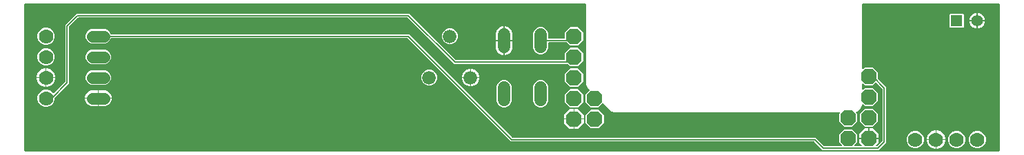
<source format=gbr>
G04 EAGLE Gerber RS-274X export*
G75*
%MOMM*%
%FSLAX34Y34*%
%LPD*%
%INTop Copper*%
%IPPOS*%
%AMOC8*
5,1,8,0,0,1.08239X$1,22.5*%
G01*
G04 Define Apertures*
%ADD10C,1.408000*%
%ADD11P,2.08945X8X22.5*%
%ADD12C,1.524000*%
%ADD13C,1.676400*%
%ADD14C,1.778000*%
%ADD15R,1.408000X1.408000*%
%ADD16C,1.408000*%
%ADD17C,0.152400*%
G36*
X1131613Y-14418D02*
X1131316Y-14478D01*
X-64516Y-14478D01*
X-64791Y-14427D01*
X-65046Y-14263D01*
X-65218Y-14013D01*
X-65278Y-13716D01*
X-65278Y166116D01*
X-65227Y166391D01*
X-65063Y166646D01*
X-64813Y166818D01*
X-64516Y166878D01*
X623316Y166878D01*
X623591Y166827D01*
X623846Y166663D01*
X624018Y166413D01*
X624078Y166116D01*
X624078Y67677D01*
X625741Y63663D01*
X628361Y61043D01*
X628519Y60813D01*
X628584Y60517D01*
X628528Y60219D01*
X628361Y59966D01*
X623824Y55429D01*
X623824Y46171D01*
X630371Y39624D01*
X639629Y39624D01*
X644166Y44161D01*
X644396Y44319D01*
X644692Y44384D01*
X644991Y44328D01*
X645243Y44161D01*
X654213Y35191D01*
X658227Y33528D01*
X935109Y33528D01*
X935372Y33481D01*
X935631Y33322D01*
X935806Y33074D01*
X935871Y32778D01*
X935815Y32480D01*
X935648Y32227D01*
X934974Y31553D01*
X934974Y22295D01*
X941521Y15748D01*
X950779Y15748D01*
X957326Y22295D01*
X957326Y31553D01*
X955959Y32920D01*
X955803Y33145D01*
X955736Y33441D01*
X955789Y33740D01*
X955955Y33994D01*
X956206Y34163D01*
X958687Y35191D01*
X961759Y38263D01*
X963422Y42277D01*
X963422Y42807D01*
X963469Y43070D01*
X963628Y43329D01*
X963876Y43504D01*
X964172Y43569D01*
X964470Y43513D01*
X964723Y43346D01*
X966921Y41148D01*
X976179Y41148D01*
X982726Y47695D01*
X982726Y56953D01*
X976179Y63500D01*
X966921Y63500D01*
X964723Y61302D01*
X964503Y61149D01*
X964208Y61079D01*
X963909Y61130D01*
X963654Y61294D01*
X963482Y61544D01*
X963422Y61841D01*
X963422Y68207D01*
X963469Y68470D01*
X963628Y68729D01*
X963876Y68904D01*
X964172Y68969D01*
X964470Y68913D01*
X964723Y68746D01*
X966921Y66548D01*
X976179Y66548D01*
X979710Y70079D01*
X979941Y70237D01*
X980237Y70302D01*
X980535Y70247D01*
X980788Y70079D01*
X988091Y62776D01*
X988254Y62535D01*
X988314Y62237D01*
X988314Y-1396D01*
X988258Y-1682D01*
X988091Y-1935D01*
X982121Y-7905D01*
X981880Y-8068D01*
X981582Y-8128D01*
X980980Y-8128D01*
X980716Y-8081D01*
X980458Y-7922D01*
X980283Y-7674D01*
X980218Y-7378D01*
X980273Y-7080D01*
X980441Y-6827D01*
X983742Y-3526D01*
X983742Y762D01*
X959358Y762D01*
X959358Y-3526D01*
X962659Y-6827D01*
X962812Y-7047D01*
X962882Y-7342D01*
X962831Y-7641D01*
X962668Y-7896D01*
X962418Y-8068D01*
X962120Y-8128D01*
X954143Y-8128D01*
X953880Y-8081D01*
X953622Y-7922D01*
X953446Y-7674D01*
X953381Y-7378D01*
X953437Y-7080D01*
X953604Y-6827D01*
X957326Y-3105D01*
X957326Y6153D01*
X950779Y12700D01*
X941521Y12700D01*
X934974Y6153D01*
X934974Y-3105D01*
X938696Y-6827D01*
X938849Y-7047D01*
X938919Y-7342D01*
X938868Y-7641D01*
X938704Y-7896D01*
X938454Y-8068D01*
X938157Y-8128D01*
X917068Y-8128D01*
X916782Y-8072D01*
X916529Y-7905D01*
X906338Y2286D01*
X534663Y2286D01*
X534377Y2342D01*
X534124Y2509D01*
X407347Y129286D01*
X41272Y129286D01*
X40992Y129339D01*
X40737Y129505D01*
X40568Y129756D01*
X39700Y131851D01*
X37291Y134260D01*
X34144Y135564D01*
X16657Y135564D01*
X13509Y134260D01*
X11100Y131851D01*
X9796Y128704D01*
X9796Y125297D01*
X11100Y122149D01*
X13509Y119740D01*
X16657Y118436D01*
X34144Y118436D01*
X37291Y119740D01*
X39700Y122149D01*
X40568Y124244D01*
X40725Y124482D01*
X40975Y124654D01*
X41272Y124714D01*
X405137Y124714D01*
X405423Y124658D01*
X405676Y124491D01*
X532453Y-2286D01*
X904129Y-2286D01*
X904415Y-2342D01*
X904667Y-2509D01*
X914858Y-12700D01*
X983792Y-12700D01*
X992886Y-3606D01*
X992886Y64447D01*
X982949Y74384D01*
X982786Y74625D01*
X982726Y74923D01*
X982726Y82353D01*
X976179Y88900D01*
X966921Y88900D01*
X964723Y86702D01*
X964503Y86549D01*
X964208Y86479D01*
X963909Y86530D01*
X963654Y86694D01*
X963482Y86944D01*
X963422Y87241D01*
X963422Y166116D01*
X963473Y166391D01*
X963637Y166646D01*
X963887Y166818D01*
X964184Y166878D01*
X1131316Y166878D01*
X1131591Y166827D01*
X1131846Y166663D01*
X1132018Y166413D01*
X1132078Y166116D01*
X1132078Y-13716D01*
X1132027Y-13991D01*
X1131863Y-14246D01*
X1131613Y-14418D01*
G37*
%LPC*%
G36*
X1094920Y146812D02*
X1103738Y146812D01*
X1103738Y155630D01*
X1102594Y155630D01*
X1099073Y154172D01*
X1096378Y151477D01*
X1094920Y147956D01*
X1094920Y146812D01*
G37*
G36*
X1105262Y146812D02*
X1114080Y146812D01*
X1114080Y147956D01*
X1112622Y151477D01*
X1109927Y154172D01*
X1106406Y155630D01*
X1105262Y155630D01*
X1105262Y146812D01*
G37*
G36*
X-40933Y40386D02*
X-36791Y40386D01*
X-32963Y41971D01*
X-30033Y44901D01*
X-28448Y48729D01*
X-28448Y50553D01*
X-28392Y50839D01*
X-28225Y51092D01*
X-10414Y68903D01*
X-10414Y138437D01*
X-10358Y138723D01*
X-10191Y138976D01*
X724Y149891D01*
X965Y150054D01*
X1263Y150114D01*
X405137Y150114D01*
X405423Y150058D01*
X405676Y149891D01*
X462603Y92964D01*
X602115Y92964D01*
X602401Y92908D01*
X602654Y92741D01*
X604971Y90424D01*
X614229Y90424D01*
X620776Y96971D01*
X620776Y106229D01*
X614229Y112776D01*
X604971Y112776D01*
X598424Y106229D01*
X598424Y98298D01*
X598373Y98023D01*
X598209Y97768D01*
X597959Y97596D01*
X597662Y97536D01*
X464813Y97536D01*
X464527Y97592D01*
X464274Y97759D01*
X407347Y154686D01*
X-947Y154686D01*
X-14986Y140647D01*
X-14986Y71113D01*
X-15042Y70827D01*
X-15209Y70574D01*
X-29020Y56763D01*
X-29250Y56605D01*
X-29547Y56540D01*
X-29845Y56596D01*
X-30097Y56763D01*
X-32963Y59629D01*
X-36791Y61214D01*
X-40933Y61214D01*
X-44761Y59629D01*
X-47691Y56699D01*
X-49276Y52871D01*
X-49276Y48729D01*
X-47691Y44901D01*
X-44761Y41971D01*
X-40933Y40386D01*
G37*
G36*
X1071829Y137486D02*
X1087171Y137486D01*
X1088064Y138379D01*
X1088064Y153721D01*
X1087171Y154614D01*
X1071829Y154614D01*
X1070936Y153721D01*
X1070936Y138379D01*
X1071829Y137486D01*
G37*
G36*
X1105262Y136470D02*
X1106406Y136470D01*
X1109927Y137928D01*
X1112622Y140623D01*
X1114080Y144144D01*
X1114080Y145288D01*
X1105262Y145288D01*
X1105262Y136470D01*
G37*
G36*
X1102594Y136470D02*
X1103738Y136470D01*
X1103738Y145288D01*
X1094920Y145288D01*
X1094920Y144144D01*
X1096378Y140623D01*
X1099073Y137928D01*
X1102594Y136470D01*
G37*
G36*
X513334Y122174D02*
X522732Y122174D01*
X522732Y139192D01*
X521473Y139192D01*
X517739Y137645D01*
X514881Y134787D01*
X513334Y131053D01*
X513334Y122174D01*
G37*
G36*
X524256Y122174D02*
X533654Y122174D01*
X533654Y131053D01*
X532107Y134787D01*
X529249Y137645D01*
X525515Y139192D01*
X524256Y139192D01*
X524256Y122174D01*
G37*
G36*
X566887Y104648D02*
X570525Y104648D01*
X573886Y106040D01*
X576458Y108612D01*
X577850Y111973D01*
X577850Y118872D01*
X577901Y119147D01*
X578065Y119402D01*
X578315Y119574D01*
X578612Y119634D01*
X600845Y119634D01*
X601131Y119578D01*
X601384Y119411D01*
X604971Y115824D01*
X614229Y115824D01*
X620776Y122371D01*
X620776Y131629D01*
X614229Y138176D01*
X604971Y138176D01*
X598424Y131629D01*
X598424Y124968D01*
X598373Y124693D01*
X598209Y124438D01*
X597959Y124266D01*
X597662Y124206D01*
X578612Y124206D01*
X578337Y124257D01*
X578082Y124421D01*
X577910Y124671D01*
X577850Y124968D01*
X577850Y130851D01*
X576458Y134212D01*
X573886Y136784D01*
X570525Y138176D01*
X566887Y138176D01*
X563526Y136784D01*
X560954Y134212D01*
X559562Y130851D01*
X559562Y111973D01*
X560954Y108612D01*
X563526Y106040D01*
X566887Y104648D01*
G37*
G36*
X-40933Y116586D02*
X-36791Y116586D01*
X-32963Y118171D01*
X-30033Y121101D01*
X-28448Y124929D01*
X-28448Y129071D01*
X-30033Y132899D01*
X-32963Y135829D01*
X-36791Y137414D01*
X-40933Y137414D01*
X-44761Y135829D01*
X-47691Y132899D01*
X-49276Y129071D01*
X-49276Y124929D01*
X-47691Y121101D01*
X-44761Y118171D01*
X-40933Y116586D01*
G37*
G36*
X455230Y117094D02*
X459170Y117094D01*
X462811Y118602D01*
X465598Y121389D01*
X467106Y125030D01*
X467106Y128970D01*
X465598Y132611D01*
X462811Y135398D01*
X459170Y136906D01*
X455230Y136906D01*
X451589Y135398D01*
X448802Y132611D01*
X447294Y128970D01*
X447294Y125030D01*
X448802Y121389D01*
X451589Y118602D01*
X455230Y117094D01*
G37*
G36*
X524256Y103632D02*
X525515Y103632D01*
X529249Y105179D01*
X532107Y108037D01*
X533654Y111771D01*
X533654Y120650D01*
X524256Y120650D01*
X524256Y103632D01*
G37*
G36*
X521473Y103632D02*
X522732Y103632D01*
X522732Y120650D01*
X513334Y120650D01*
X513334Y111771D01*
X514881Y108037D01*
X517739Y105179D01*
X521473Y103632D01*
G37*
G36*
X-40933Y91186D02*
X-36791Y91186D01*
X-32963Y92771D01*
X-30033Y95701D01*
X-28448Y99529D01*
X-28448Y103671D01*
X-30033Y107499D01*
X-32963Y110429D01*
X-36791Y112014D01*
X-40933Y112014D01*
X-44761Y110429D01*
X-47691Y107499D01*
X-49276Y103671D01*
X-49276Y99529D01*
X-47691Y95701D01*
X-44761Y92771D01*
X-40933Y91186D01*
G37*
G36*
X16657Y93036D02*
X34144Y93036D01*
X37291Y94340D01*
X39700Y96749D01*
X41004Y99897D01*
X41004Y103304D01*
X39700Y106451D01*
X37291Y108860D01*
X34144Y110164D01*
X16657Y110164D01*
X13509Y108860D01*
X11100Y106451D01*
X9796Y103304D01*
X9796Y99897D01*
X11100Y96749D01*
X13509Y94340D01*
X16657Y93036D01*
G37*
G36*
X-50292Y76962D02*
X-39624Y76962D01*
X-39624Y87630D01*
X-41136Y87630D01*
X-45337Y85890D01*
X-48552Y82675D01*
X-50292Y78474D01*
X-50292Y76962D01*
G37*
G36*
X-38100Y76962D02*
X-27432Y76962D01*
X-27432Y78474D01*
X-29172Y82675D01*
X-32387Y85890D01*
X-36588Y87630D01*
X-38100Y87630D01*
X-38100Y76962D01*
G37*
G36*
X604971Y65024D02*
X614229Y65024D01*
X620776Y71571D01*
X620776Y80829D01*
X614229Y87376D01*
X604971Y87376D01*
X598424Y80829D01*
X598424Y71571D01*
X604971Y65024D01*
G37*
G36*
X471678Y76962D02*
X481838Y76962D01*
X481838Y87122D01*
X480427Y87122D01*
X476413Y85459D01*
X473341Y82387D01*
X471678Y78373D01*
X471678Y76962D01*
G37*
G36*
X483362Y76962D02*
X493522Y76962D01*
X493522Y78373D01*
X491859Y82387D01*
X488787Y85459D01*
X484773Y87122D01*
X483362Y87122D01*
X483362Y76962D01*
G37*
G36*
X429830Y66294D02*
X433770Y66294D01*
X437411Y67802D01*
X440198Y70589D01*
X441706Y74230D01*
X441706Y78170D01*
X440198Y81811D01*
X437411Y84598D01*
X433770Y86106D01*
X429830Y86106D01*
X426189Y84598D01*
X423402Y81811D01*
X421894Y78170D01*
X421894Y74230D01*
X423402Y70589D01*
X426189Y67802D01*
X429830Y66294D01*
G37*
G36*
X16657Y67636D02*
X34144Y67636D01*
X37291Y68940D01*
X39700Y71349D01*
X41004Y74497D01*
X41004Y77904D01*
X39700Y81051D01*
X37291Y83460D01*
X34144Y84764D01*
X16657Y84764D01*
X13509Y83460D01*
X11100Y81051D01*
X9796Y77904D01*
X9796Y74497D01*
X11100Y71349D01*
X13509Y68940D01*
X16657Y67636D01*
G37*
G36*
X483362Y65278D02*
X484773Y65278D01*
X488787Y66941D01*
X491859Y70013D01*
X493522Y74027D01*
X493522Y75438D01*
X483362Y75438D01*
X483362Y65278D01*
G37*
G36*
X480427Y65278D02*
X481838Y65278D01*
X481838Y75438D01*
X471678Y75438D01*
X471678Y74027D01*
X473341Y70013D01*
X476413Y66941D01*
X480427Y65278D01*
G37*
G36*
X-38100Y64770D02*
X-36588Y64770D01*
X-32387Y66510D01*
X-29172Y69725D01*
X-27432Y73926D01*
X-27432Y75438D01*
X-38100Y75438D01*
X-38100Y64770D01*
G37*
G36*
X-41136Y64770D02*
X-39624Y64770D01*
X-39624Y75438D01*
X-50292Y75438D01*
X-50292Y73926D01*
X-48552Y69725D01*
X-45337Y66510D01*
X-41136Y64770D01*
G37*
G36*
X566887Y39624D02*
X570525Y39624D01*
X573886Y41016D01*
X576458Y43588D01*
X577850Y46949D01*
X577850Y65827D01*
X576458Y69188D01*
X573886Y71760D01*
X570525Y73152D01*
X566887Y73152D01*
X563526Y71760D01*
X560954Y69188D01*
X559562Y65827D01*
X559562Y46949D01*
X560954Y43588D01*
X563526Y41016D01*
X566887Y39624D01*
G37*
G36*
X521675Y39624D02*
X525313Y39624D01*
X528674Y41016D01*
X531246Y43588D01*
X532638Y46949D01*
X532638Y65827D01*
X531246Y69188D01*
X528674Y71760D01*
X525313Y73152D01*
X521675Y73152D01*
X518314Y71760D01*
X515742Y69188D01*
X514350Y65827D01*
X514350Y46949D01*
X515742Y43588D01*
X518314Y41016D01*
X521675Y39624D01*
G37*
G36*
X604971Y39624D02*
X614229Y39624D01*
X620776Y46171D01*
X620776Y55429D01*
X614229Y61976D01*
X604971Y61976D01*
X598424Y55429D01*
X598424Y46171D01*
X604971Y39624D01*
G37*
G36*
X8780Y51562D02*
X24638Y51562D01*
X24638Y60380D01*
X16454Y60380D01*
X12933Y58922D01*
X10238Y56227D01*
X8780Y52706D01*
X8780Y51562D01*
G37*
G36*
X26162Y51562D02*
X42020Y51562D01*
X42020Y52706D01*
X40562Y56227D01*
X37867Y58922D01*
X34346Y60380D01*
X26162Y60380D01*
X26162Y51562D01*
G37*
G36*
X26162Y41220D02*
X34346Y41220D01*
X37867Y42678D01*
X40562Y45373D01*
X42020Y48894D01*
X42020Y50038D01*
X26162Y50038D01*
X26162Y41220D01*
G37*
G36*
X16454Y41220D02*
X24638Y41220D01*
X24638Y50038D01*
X8780Y50038D01*
X8780Y48894D01*
X10238Y45373D01*
X12933Y42678D01*
X16454Y41220D01*
G37*
G36*
X966921Y15748D02*
X976179Y15748D01*
X982726Y22295D01*
X982726Y31553D01*
X976179Y38100D01*
X966921Y38100D01*
X960374Y31553D01*
X960374Y22295D01*
X966921Y15748D01*
G37*
G36*
X597408Y26162D02*
X608838Y26162D01*
X608838Y37592D01*
X604550Y37592D01*
X597408Y30450D01*
X597408Y26162D01*
G37*
G36*
X610362Y26162D02*
X621792Y26162D01*
X621792Y30450D01*
X614650Y37592D01*
X610362Y37592D01*
X610362Y26162D01*
G37*
G36*
X630371Y14224D02*
X639629Y14224D01*
X646176Y20771D01*
X646176Y30029D01*
X639629Y36576D01*
X630371Y36576D01*
X623824Y30029D01*
X623824Y20771D01*
X630371Y14224D01*
G37*
G36*
X610362Y13208D02*
X614650Y13208D01*
X621792Y20350D01*
X621792Y24638D01*
X610362Y24638D01*
X610362Y13208D01*
G37*
G36*
X604550Y13208D02*
X608838Y13208D01*
X608838Y24638D01*
X597408Y24638D01*
X597408Y20350D01*
X604550Y13208D01*
G37*
G36*
X959358Y2286D02*
X970788Y2286D01*
X970788Y13716D01*
X966500Y13716D01*
X959358Y6574D01*
X959358Y2286D01*
G37*
G36*
X972312Y2286D02*
X983742Y2286D01*
X983742Y6574D01*
X976600Y13716D01*
X972312Y13716D01*
X972312Y2286D01*
G37*
G36*
X1042670Y762D02*
X1053338Y762D01*
X1053338Y11430D01*
X1051826Y11430D01*
X1047625Y9690D01*
X1044410Y6475D01*
X1042670Y2274D01*
X1042670Y762D01*
G37*
G36*
X1054862Y762D02*
X1065530Y762D01*
X1065530Y2274D01*
X1063790Y6475D01*
X1060575Y9690D01*
X1056374Y11430D01*
X1054862Y11430D01*
X1054862Y762D01*
G37*
G36*
X1102829Y-10414D02*
X1106971Y-10414D01*
X1110799Y-8829D01*
X1113729Y-5899D01*
X1115314Y-2071D01*
X1115314Y2071D01*
X1113729Y5899D01*
X1110799Y8829D01*
X1106971Y10414D01*
X1102829Y10414D01*
X1099001Y8829D01*
X1096071Y5899D01*
X1094486Y2071D01*
X1094486Y-2071D01*
X1096071Y-5899D01*
X1099001Y-8829D01*
X1102829Y-10414D01*
G37*
G36*
X1077429Y-10414D02*
X1081571Y-10414D01*
X1085399Y-8829D01*
X1088329Y-5899D01*
X1089914Y-2071D01*
X1089914Y2071D01*
X1088329Y5899D01*
X1085399Y8829D01*
X1081571Y10414D01*
X1077429Y10414D01*
X1073601Y8829D01*
X1070671Y5899D01*
X1069086Y2071D01*
X1069086Y-2071D01*
X1070671Y-5899D01*
X1073601Y-8829D01*
X1077429Y-10414D01*
G37*
G36*
X1026629Y-10414D02*
X1030771Y-10414D01*
X1034599Y-8829D01*
X1037529Y-5899D01*
X1039114Y-2071D01*
X1039114Y2071D01*
X1037529Y5899D01*
X1034599Y8829D01*
X1030771Y10414D01*
X1026629Y10414D01*
X1022801Y8829D01*
X1019871Y5899D01*
X1018286Y2071D01*
X1018286Y-2071D01*
X1019871Y-5899D01*
X1022801Y-8829D01*
X1026629Y-10414D01*
G37*
G36*
X1054862Y-11430D02*
X1056374Y-11430D01*
X1060575Y-9690D01*
X1063790Y-6475D01*
X1065530Y-2274D01*
X1065530Y-762D01*
X1054862Y-762D01*
X1054862Y-11430D01*
G37*
G36*
X1051826Y-11430D02*
X1053338Y-11430D01*
X1053338Y-762D01*
X1042670Y-762D01*
X1042670Y-2274D01*
X1044410Y-6475D01*
X1047625Y-9690D01*
X1051826Y-11430D01*
G37*
%LPD*%
D10*
X18360Y50800D02*
X32440Y50800D01*
X32440Y76200D02*
X18360Y76200D01*
X18360Y101600D02*
X32440Y101600D01*
X32440Y127000D02*
X18360Y127000D01*
D11*
X609600Y25400D03*
X609600Y50800D03*
X609600Y76200D03*
X609600Y101600D03*
X609600Y127000D03*
X635000Y25400D03*
X635000Y50800D03*
D12*
X523494Y48768D02*
X523494Y64008D01*
X568706Y64008D02*
X568706Y48768D01*
X523494Y113792D02*
X523494Y129032D01*
X568706Y129032D02*
X568706Y113792D01*
D13*
X431800Y76200D03*
X457200Y127000D03*
X482600Y76200D03*
D11*
X946150Y1524D03*
X946150Y26924D03*
X971550Y52324D03*
X971550Y77724D03*
X971550Y1524D03*
X971550Y26924D03*
D14*
X1028700Y0D03*
X1054100Y0D03*
X1079500Y0D03*
X1104900Y0D03*
X-38862Y127000D03*
X-38862Y101600D03*
X-38862Y76200D03*
X-38862Y50800D03*
D15*
X1079500Y146050D03*
D16*
X1104500Y146050D03*
D17*
X25400Y51816D02*
X25400Y50800D01*
X568706Y121412D02*
X569468Y121920D01*
X605028Y121920D01*
X609600Y126492D01*
X609600Y127000D01*
X406400Y127000D02*
X25400Y127000D01*
X406400Y127000D02*
X533400Y0D01*
X976376Y77724D02*
X990600Y63500D01*
X976376Y77724D02*
X971550Y77724D01*
X905391Y0D02*
X533400Y0D01*
X990600Y-2659D02*
X990600Y63500D01*
X915805Y-10414D02*
X905391Y0D01*
X982845Y-10414D02*
X990600Y-2659D01*
X982845Y-10414D02*
X915805Y-10414D01*
X609600Y101600D02*
X603250Y95250D01*
X463550Y95250D01*
X406400Y152400D01*
X0Y152400D01*
X-12700Y139700D01*
X-12700Y69850D01*
X-31750Y50800D01*
X-38862Y50800D01*
M02*

</source>
